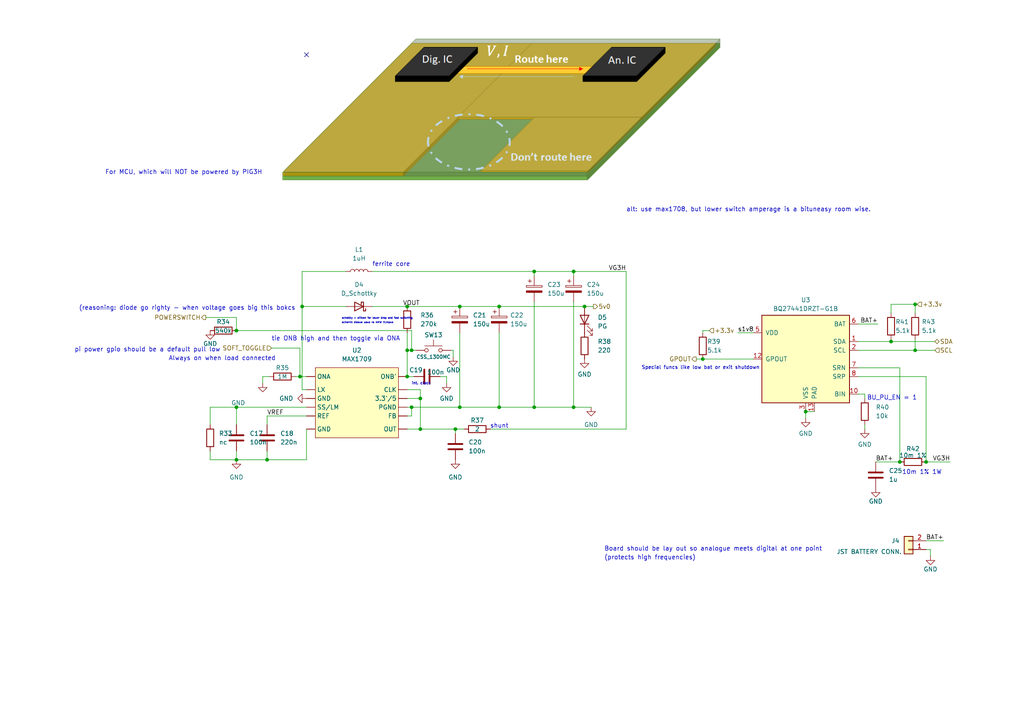
<source format=kicad_sch>
(kicad_sch (version 20210621) (generator eeschema)
  (paper "A4")
  (title_block (title "Power and battery") (rev "indevRev2"))
  (lib_symbols
    (symbol "Battery_Management:BQ27441DRZT-G1B" (pin_names (offset 1.016))
      (property "Reference" "U" (at -5.08 15.875 0))
      (property "Value" "BQ27441DRZT-G1B" (at -5.08 13.97 0))
      (symbol "BQ27441DRZT-G1B_0_1"
        (rectangle (start -12.7 12.7) (end 12.7 -12.7) (stroke (width 0.254)) (fill (type background)))
      )
      (symbol "BQ27441DRZT-G1B_1_1"
        (pin bidirectional line (at -15.24 5.08 0) (length 2.54) (name "SDA") (number "1"))
        (pin input line (at -15.24 -10.16 0) (length 2.54) (name "BIN") (number "10"))
        (pin no_connect line (at 10.16 -2.54 180) (length 2.54) hide (name "NC") (number "11"))
        (pin output line (at 15.24 0 180) (length 2.54) (name "GPOUT") (number "12"))
        (pin power_in line (at -2.54 -15.24 90) (length 2.54) (name "PAD") (number "13"))
        (pin input line (at -15.24 2.54 0) (length 2.54) (name "SCL") (number "2"))
        (pin power_in line (at 0 -15.24 90) (length 2.54) (name "VSS") (number "3"))
        (pin no_connect line (at 10.16 -7.62 180) (length 2.54) hide (name "NC") (number "4"))
        (pin power_out line (at 15.24 7.62 180) (length 2.54) (name "VDD") (number "5"))
        (pin power_in line (at -15.24 10.16 0) (length 2.54) (name "BAT") (number "6"))
        (pin input line (at -15.24 -2.54 0) (length 2.54) (name "SRN") (number "7"))
        (pin input line (at -15.24 -5.08 0) (length 2.54) (name "SRP") (number "8"))
        (pin no_connect line (at 10.16 -5.08 180) (length 2.54) hide (name "NC") (number "9"))
      )
    )
    (symbol "CM4IO:MAX1709"
      (property "Reference" "U" (at 0 12.7 0))
      (property "Value" "MAX1709" (at 0 3.81 0))
      (symbol "MAX1709_0_1"
        (rectangle (start -11.43 11.43) (end 12.7 -8.89) (stroke (width 0.1524)) (fill (type background)))
      )
      (symbol "MAX1709_1_1"
        (pin input line (at 15.24 2.54 180) (length 2.54) (name "3.3'/5") (number ""))
        (pin input line (at 15.24 5.08 180) (length 2.54) (name "CLK") (number ""))
        (pin input line (at 15.24 -2.54 180) (length 2.54) (name "FB") (number ""))
        (pin input line (at -13.97 -6.35 0) (length 2.54) (name "GND") (number ""))
        (pin input line (at -13.97 2.54 0) (length 2.54) (name "GND") (number ""))
        (pin input line (at -13.97 5.08 0) (length 2.54) (name "LX") (number ""))
        (pin input line (at -13.97 8.89 0) (length 2.54) (name "ONA") (number ""))
        (pin input line (at 15.24 8.89 180) (length 2.54) (name "ONB'") (number ""))
        (pin input line (at 15.24 -6.35 180) (length 2.54) (name "OUT") (number ""))
        (pin input line (at 15.24 0 180) (length 2.54) (name "PGND") (number ""))
        (pin input line (at -13.97 -2.54 0) (length 2.54) (name "REF") (number ""))
        (pin input line (at -13.97 0 0) (length 2.54) (name "SS/LM") (number ""))
      )
    )
    (symbol "Connector_Generic:Conn_01x02" (pin_names (offset 1.016) hide)
      (property "Reference" "J" (at 0 2.54 0))
      (property "Value" "Conn_01x02" (at 0 -5.08 0))
      (symbol "Conn_01x02_1_1"
        (rectangle (start -1.27 -2.413) (end 0 -2.667) (stroke (width 0.1524)))
        (rectangle (start -1.27 0.127) (end 0 -0.127) (stroke (width 0.1524)))
        (rectangle (start -1.27 1.27) (end 1.27 -3.81) (stroke (width 0.254)) (fill (type background)))
        (pin passive line (at -5.08 0 0) (length 3.81) (name "Pin_1") (number "1"))
        (pin passive line (at -5.08 -2.54 0) (length 3.81) (name "Pin_2") (number "2"))
      )
    )
    (symbol "Device:C" (pin_numbers hide) (pin_names (offset 0.254))
      (property "Reference" "C" (at 0.635 2.54 0))
      (property "Value" "C" (at 0.635 -2.54 0))
      (symbol "C_0_1"
        (polyline (pts (xy -2.032 -0.762) (xy 2.032 -0.762)) (stroke (width 0.508)))
        (polyline (pts (xy -2.032 0.762) (xy 2.032 0.762)) (stroke (width 0.508)))
      )
      (symbol "C_1_1"
        (pin passive line (at 0 3.81 270) (length 2.794) (name "~") (number "1"))
        (pin passive line (at 0 -3.81 90) (length 2.794) (name "~") (number "2"))
      )
    )
    (symbol "Device:C_Polarized" (pin_numbers hide) (pin_names (offset 0.254))
      (property "Reference" "C" (at 0.635 2.54 0))
      (property "Value" "C_Polarized" (at 0.635 -2.54 0))
      (symbol "C_Polarized_0_1"
        (rectangle (start -2.286 0.508) (end 2.286 1.016))
        (polyline (pts (xy -1.778 2.286) (xy -0.762 2.286)))
        (polyline (pts (xy -1.27 2.794) (xy -1.27 1.778)))
        (rectangle (start 2.286 -0.508) (end -2.286 -1.016) (fill (type outline)))
      )
      (symbol "C_Polarized_1_1"
        (pin passive line (at 0 3.81 270) (length 2.794) (name "~") (number "1"))
        (pin passive line (at 0 -3.81 90) (length 2.794) (name "~") (number "2"))
      )
    )
    (symbol "Device:D_Schottky" (pin_numbers hide) (pin_names (offset 1.016) hide)
      (property "Reference" "D" (at 0 2.54 0))
      (property "Value" "D_Schottky" (at 0 -2.54 0))
      (symbol "D_Schottky_0_1"
        (polyline (pts (xy 1.27 0) (xy -1.27 0)))
        (polyline (pts (xy 1.27 1.27) (xy 1.27 -1.27) (xy -1.27 0) (xy 1.27 1.27)) (stroke (width 0.254)))
        (polyline (pts (xy -1.905 0.635) (xy -1.905 1.27) (xy -1.27 1.27) (xy -1.27 -1.27) (xy -0.635 -1.27) (xy -0.635 -0.635)) (stroke (width 0.254)))
      )
      (symbol "D_Schottky_1_1"
        (pin passive line (at -3.81 0 0) (length 2.54) (name "K") (number "1"))
        (pin passive line (at 3.81 0 180) (length 2.54) (name "A") (number "2"))
      )
    )
    (symbol "Device:L" (pin_numbers hide) (pin_names (offset 1.016) hide)
      (property "Reference" "L" (at -1.27 0 90))
      (property "Value" "L" (at 1.905 0 90))
      (symbol "L_0_1"
        (arc (start 0 -2.54) (mid 0.635 -1.905) (end 0 -1.27))
        (arc (start 0 -1.27) (mid 0.635 -0.635) (end 0 0))
        (arc (start 0 0) (mid 0.635 0.635) (end 0 1.27))
        (arc (start 0 1.27) (mid 0.635 1.905) (end 0 2.54))
      )
      (symbol "L_1_1"
        (pin passive line (at 0 3.81 270) (length 1.27) (name "1") (number "1"))
        (pin passive line (at 0 -3.81 90) (length 1.27) (name "2") (number "2"))
      )
    )
    (symbol "Device:LED" (pin_numbers hide) (pin_names (offset 1.016) hide)
      (property "Reference" "D" (at 0 2.54 0))
      (property "Value" "LED" (at 0 -2.54 0))
      (symbol "LED_0_1"
        (polyline (pts (xy -1.27 -1.27) (xy -1.27 1.27)) (stroke (width 0.254)))
        (polyline (pts (xy -1.27 0) (xy 1.27 0)))
        (polyline (pts (xy 1.27 -1.27) (xy 1.27 1.27) (xy -1.27 0) (xy 1.27 -1.27)) (stroke (width 0.254)))
        (polyline (pts (xy -3.048 -0.762) (xy -4.572 -2.286) (xy -3.81 -2.286) (xy -4.572 -2.286) (xy -4.572 -1.524)))
        (polyline (pts (xy -1.778 -0.762) (xy -3.302 -2.286) (xy -2.54 -2.286) (xy -3.302 -2.286) (xy -3.302 -1.524)))
      )
      (symbol "LED_1_1"
        (pin passive line (at -3.81 0 0) (length 2.54) (name "K") (number "1"))
        (pin passive line (at 3.81 0 180) (length 2.54) (name "A") (number "2"))
      )
    )
    (symbol "Device:R" (pin_numbers hide) (pin_names (offset 0))
      (property "Reference" "R" (at 2.032 0 90))
      (property "Value" "R" (at 0 0 90))
      (symbol "R_0_1"
        (rectangle (start -1.016 -2.54) (end 1.016 2.54) (stroke (width 0.254)))
      )
      (symbol "R_1_1"
        (pin passive line (at 0 3.81 270) (length 1.27) (name "~") (number "1"))
        (pin passive line (at 0 -3.81 90) (length 1.27) (name "~") (number "2"))
      )
    )
    (symbol "Switch:SW_Push" (pin_numbers hide) (pin_names (offset 1.016) hide)
      (property "Reference" "SW" (at 1.27 2.54 0))
      (property "Value" "SW_Push" (at 0 -1.524 0))
      (symbol "SW_Push_0_1"
        (circle (center -2.032 0) (radius 0.508))
        (polyline (pts (xy 0 1.27) (xy 0 3.048)))
        (polyline (pts (xy 2.54 1.27) (xy -2.54 1.27)))
        (circle (center 2.032 0) (radius 0.508))
        (pin passive line (at -5.08 0 0) (length 2.54) (name "1") (number "1"))
        (pin passive line (at 5.08 0 180) (length 2.54) (name "2") (number "2"))
      )
    )
    (symbol "power:GND" (power) (pin_names (offset 0))
      (property "Value" "GND" (at 0 -3.81 0))
      (symbol "GND_0_1"
        (polyline (pts (xy 0 0) (xy 0 -1.27) (xy 1.27 -1.27) (xy 0 -2.54) (xy -1.27 -1.27) (xy 0 -1.27)))
      )
      (symbol "GND_1_1"
        (pin power_in line (at 0 0 270) (length 0) hide (name "GND") (number "1"))
      )
    )
  )
  (junction (at 154.94 78.74) (diameter 0.9144))
  (junction (at 169.545 88.9))
  (junction (at 144.78 88.9) (diameter 0.9144))
  (junction (at 118.11 101.6))
  (junction (at 233.68 119.38))
  (junction (at 154.94 118.11) (diameter 0.9144))
  (junction (at 132.08 124.46) (diameter 0.9144))
  (junction (at 121.92 115.57) (diameter 0.9144))
  (junction (at 86.995 109.22))
  (junction (at 166.37 78.74) (diameter 0.9144))
  (junction (at 118.11 109.22))
  (junction (at 68.58 118.11) (diameter 0.9144))
  (junction (at 133.35 118.11) (diameter 0.9144))
  (junction (at 268.605 133.985))
  (junction (at 87.63 88.9) (diameter 0.9144))
  (junction (at 121.92 124.46) (diameter 0.9144))
  (junction (at 133.35 88.9) (diameter 0.9144))
  (junction (at 119.38 101.6))
  (junction (at 68.58 95.885))
  (junction (at 265.43 88.265))
  (junction (at 265.43 101.6))
  (junction (at 68.58 133.35) (diameter 0.9144))
  (junction (at 260.985 133.985))
  (junction (at 203.835 104.14))
  (junction (at 119.38 118.11) (diameter 0.9144))
  (junction (at 166.37 118.11) (diameter 0.9144))
  (junction (at 77.47 133.35) (diameter 0.9144))
  (junction (at 258.445 99.06))
  (junction (at 144.78 118.11) (diameter 0.9144))
  (junction (at 118.11 88.9))
  (no_connect (at 88.9 15.875))
  (wire (pts (xy 76.2 109.22) (xy 76.2 111.125)))
  (wire (pts (xy 78.105 109.22) (xy 76.2 109.22)))
  (wire (pts (xy 88.9 133.35) (xy 77.47 133.35)))
  (wire (pts (xy 88.9 124.46) (xy 88.9 133.35)))
  (wire (pts (xy 77.47 133.35) (xy 68.58 133.35)))
  (wire (pts (xy 166.37 87.63) (xy 166.37 118.11)))
  (wire (pts (xy 268.605 133.985) (xy 275.59 133.985)))
  (wire (pts (xy 201.93 104.14) (xy 203.835 104.14)))
  (wire (pts (xy 203.835 104.14) (xy 218.44 104.14)))
  (wire (pts (xy 119.38 120.65) (xy 119.38 118.11)))
  (wire (pts (xy 154.94 78.74) (xy 166.37 78.74)))
  (wire (pts (xy 181.61 124.46) (xy 181.61 78.74)))
  (wire (pts (xy 166.37 78.74) (xy 181.61 78.74)))
  (wire (pts (xy 107.95 78.74) (xy 154.94 78.74)))
  (wire (pts (xy 269.875 159.385) (xy 269.875 161.29)))
  (wire (pts (xy 268.605 159.385) (xy 269.875 159.385)))
  (wire (pts (xy 118.11 118.11) (xy 119.38 118.11)))
  (wire (pts (xy 119.38 118.11) (xy 133.35 118.11)))
  (wire (pts (xy 119.38 95.885) (xy 119.38 101.6)))
  (wire (pts (xy 250.825 123.19) (xy 250.825 124.46)))
  (wire (pts (xy 131.445 103.505) (xy 131.445 101.6)))
  (wire (pts (xy 131.445 101.6) (xy 130.81 101.6)))
  (wire (pts (xy 248.92 93.98) (xy 254.635 93.98)))
  (wire (pts (xy 88.9 113.03) (xy 87.63 113.03)))
  (wire (pts (xy 87.63 78.74) (xy 100.33 78.74)))
  (wire (pts (xy 87.63 88.9) (xy 87.63 78.74)))
  (wire (pts (xy 87.63 113.03) (xy 87.63 88.9)))
  (wire (pts (xy 87.63 88.9) (xy 100.33 88.9)))
  (wire (pts (xy 265.43 98.425) (xy 265.43 101.6)))
  (wire (pts (xy -6.985 50.8) (xy -12.065 50.8)))
  (wire (pts (xy 154.94 87.63) (xy 154.94 118.11)))
  (wire (pts (xy 144.78 96.52) (xy 144.78 118.11)))
  (wire (pts (xy 133.35 96.52) (xy 133.35 118.11)))
  (wire (pts (xy 88.9 120.65) (xy 77.47 120.65)))
  (wire (pts (xy 77.47 120.65) (xy 77.47 123.19)))
  (wire (pts (xy 60.96 118.11) (xy 68.58 118.11)))
  (wire (pts (xy 60.96 123.19) (xy 60.96 118.11)))
  (wire (pts (xy 77.47 130.81) (xy 77.47 133.35)))
  (wire (pts (xy 60.96 133.35) (xy 68.58 133.35)))
  (wire (pts (xy 60.96 130.81) (xy 60.96 133.35)))
  (wire (pts (xy 213.995 96.52) (xy 218.44 96.52)))
  (wire (pts (xy 248.92 106.68) (xy 260.985 106.68)))
  (wire (pts (xy 260.985 106.68) (xy 260.985 133.985)))
  (wire (pts (xy 258.445 98.425) (xy 258.445 99.06)))
  (wire (pts (xy 129.54 109.22) (xy 129.54 111.125)))
  (wire (pts (xy 118.11 124.46) (xy 121.92 124.46)))
  (wire (pts (xy 121.92 124.46) (xy 132.08 124.46)))
  (wire (pts (xy 268.605 156.845) (xy 273.685 156.845)))
  (wire (pts (xy 265.43 88.265) (xy 265.43 90.805)))
  (wire (pts (xy 118.11 101.6) (xy 118.11 109.22)))
  (wire (pts (xy 118.11 96.52) (xy 118.11 101.6)))
  (wire (pts (xy 265.43 88.265) (xy 258.445 88.265)))
  (wire (pts (xy 258.445 88.265) (xy 258.445 90.805)))
  (wire (pts (xy 266.065 88.265) (xy 265.43 88.265)))
  (wire (pts (xy 68.58 130.81) (xy 68.58 133.35)))
  (wire (pts (xy 233.68 119.38) (xy 236.22 119.38)))
  (wire (pts (xy 233.68 121.285) (xy 233.68 119.38)))
  (wire (pts (xy 119.38 101.6) (xy 120.65 101.6)))
  (wire (pts (xy 118.11 101.6) (xy 119.38 101.6)))
  (wire (pts (xy 68.58 92.075) (xy 59.69 92.075)))
  (wire (pts (xy 68.58 95.885) (xy 68.58 92.075)))
  (wire (pts (xy 248.92 114.3) (xy 250.825 114.3)))
  (wire (pts (xy 250.825 114.3) (xy 250.825 115.57)))
  (wire (pts (xy 118.11 115.57) (xy 121.92 115.57)))
  (wire (pts (xy 118.11 109.22) (xy 120.015 109.22)))
  (wire (pts (xy 68.58 95.885) (xy 119.38 95.885)))
  (wire (pts (xy 86.995 109.22) (xy 88.9 109.22)))
  (wire (pts (xy 85.725 109.22) (xy 86.995 109.22)))
  (wire (pts (xy 127.635 109.22) (xy 129.54 109.22)))
  (wire (pts (xy 258.445 99.06) (xy 271.145 99.06)))
  (wire (pts (xy 248.92 99.06) (xy 258.445 99.06)))
  (wire (pts (xy 254 133.985) (xy 260.985 133.985)))
  (wire (pts (xy 265.43 101.6) (xy 271.145 101.6)))
  (wire (pts (xy 248.92 101.6) (xy 265.43 101.6)))
  (wire (pts (xy 268.605 109.22) (xy 248.92 109.22)))
  (wire (pts (xy 268.605 133.985) (xy 268.605 109.22)))
  (wire (pts (xy 132.08 125.73) (xy 132.08 124.46)))
  (wire (pts (xy 132.08 124.46) (xy 134.62 124.46)))
  (wire (pts (xy 144.78 88.9) (xy 169.545 88.9)))
  (wire (pts (xy 169.545 88.9) (xy 172.085 88.9)))
  (wire (pts (xy 142.24 124.46) (xy 181.61 124.46)))
  (wire (pts (xy 118.11 88.9) (xy 133.35 88.9)))
  (wire (pts (xy 107.95 88.9) (xy 118.11 88.9)))
  (wire (pts (xy 133.35 88.9) (xy 144.78 88.9)))
  (wire (pts (xy 166.37 118.11) (xy 171.45 118.11)))
  (wire (pts (xy 154.94 118.11) (xy 166.37 118.11)))
  (wire (pts (xy 144.78 118.11) (xy 154.94 118.11)))
  (wire (pts (xy 133.35 118.11) (xy 144.78 118.11)))
  (wire (pts (xy 118.11 120.65) (xy 119.38 120.65)))
  (wire (pts (xy 68.58 118.11) (xy 88.9 118.11)))
  (wire (pts (xy 68.58 123.19) (xy 68.58 118.11)))
  (wire (pts (xy 166.37 78.74) (xy 166.37 80.01)))
  (wire (pts (xy 121.92 124.46) (xy 121.92 115.57)))
  (wire (pts (xy 118.11 113.03) (xy 121.92 113.03)))
  (wire (pts (xy 121.92 115.57) (xy 121.92 113.03)))
  (wire (pts (xy 154.94 78.74) (xy 154.94 80.01)))
  (wire (pts (xy 205.74 95.885) (xy 203.835 95.885)))
  (wire (pts (xy 203.835 95.885) (xy 203.835 96.52)))
  (wire (pts (xy 78.74 100.965) (xy 86.995 100.965)))
  (wire (pts (xy 86.995 109.22) (xy 86.995 100.965)))
  (image (at 145.415 31.75) (scale 1.67785))
  (text "10m 1% 1W" (at 261.62 137.795 0) (effects (font (size 1.27 1.27)) (justify left bottom)))
  (text "Special funcs like low bat or exit shutdown" (at 186.055 107.315 0) (effects (font (size 1.016 1.016)) (justify left bottom)))
  (text "Board should be lay out so analogue meets digital at one point" (at 175.26 160.02 0) (effects (font (size 1.27 1.27)) (justify left bottom)))
  (text "tie ONB high and then toggle via ONA\n" (at 78.74 99.06 0) (effects (font (size 1.27 1.27)) (justify left bottom)))
  (text "schottky > silicon for lower drop and fast switching\n" (at 99.06 92.71 0) (effects (font (size 0.508 0.508)) (justify left bottom)))
  (text "shunt\n" (at 142.1314 124.3778 0) (effects (font (size 1.27 1.27)) (justify left bottom)))
  (text "(protects high frequencies)\n" (at 175.26 162.56 0) (effects (font (size 1.27 1.27)) (justify left bottom)))
  (text "int. clock\n" (at 119.38 111.76 0) (effects (font (size 0.762 0.762)) (justify left bottom)))
  (text "pi power gpio should be a default pull low" (at 21.59 102.235 0) (effects (font (size 1.27 1.27)) (justify left bottom)))
  (text "ferrite core\n" (at 107.95 77.47 0) (effects (font (size 1.27 1.27)) (justify left bottom)))
  (text "For MCU, which will NOT be powered by PIG3H\n" (at 30.48 50.8 0) (effects (font (size 1.27 1.27)) (justify left bottom)))
  (text "Always on when load connected" (at 48.895 104.775 0) (effects (font (size 1.27 1.27)) (justify left bottom)))
  (text "alt: use max1708, but lower switch amperage is a bituneasy room wise." (at 181.61 61.595 0) (effects (font (size 1.27 1.27)) (justify left bottom)))
  (text "schorrkt sioswa uaws ro mKW XLmpws \n" (at 99.06 93.98 0) (effects (font (size 0.508 0.508)) (justify left bottom)))
  (text "BU_PU_EN = 1" (at 251.46 116.205 0) (effects (font (size 1.27 1.27)) (justify left bottom)))
  (text "(reasoning: diode go righty - when voltage goes big this bokcs\n" (at 22.86 90.17 0) (effects (font (size 1.27 1.27)) (justify left bottom)))
  (label "VOUT" (at 116.84 88.9 0))
  (label "VG3H" (at 275.59 133.985 180))
  (label "BAT+" (at 273.685 156.845 180))
  (label "BAT+" (at 254.635 93.98 180))
  (label "BAT+" (at 254 133.985 0))
  (label "VG3H" (at 181.61 78.74 180))
  (label "VREF" (at 77.47 120.65 0))
  (label "s1v8" (at 213.995 96.52 0))
  (hierarchical_label "SOFT_TOGGLE" (shape input) (at 78.74 100.965 180))
  (hierarchical_label "+3.3v" (shape input) (at 266.065 88.265 0))
  (hierarchical_label "5v0" (shape output) (at 172.085 88.9 0))
  (hierarchical_label "+3.3v" (shape input) (at 205.74 95.885 0))
  (hierarchical_label "SDA" (shape bidirectional) (at 271.145 99.06 0))
  (hierarchical_label "POWERSWITCH" (shape output) (at 59.69 92.075 180))
  (hierarchical_label "GPOUT" (shape output) (at 201.93 104.14 180))
  (hierarchical_label "SCL" (shape input) (at 271.145 101.6 0))
  (symbol (lib_id "power:GND") (at 68.58 133.35 0) (unit 1)
    (property "Reference" "#PWR025" (effects hide))
    (property "Value" "GND" (at 68.58 138.43 0))
  )
  (symbol (lib_id "Device:C_Polarized") (at 166.37 83.82 0) (unit 1)
    (property "Reference" "C24" (at 170.18 82.5499 0) (effects (justify left)))
    (property "Value" "150u" (at 170.18 85.0899 0) (effects (justify left)))
  )
  (symbol (lib_id "power:GND") (at 76.2 111.125 0) (unit 1)
    (property "Reference" "#PWR026" (effects hide))
    (property "Value" "GND" (at 69.1053 116.84 0))
  )
  (symbol (lib_id "power:GND") (at 88.9 115.57 270) (unit 1)
    (property "Reference" "#PWR027" (effects hide))
    (property "Value" "GND" (at 85.09 115.5699 90) (effects (justify right)))
  )
  (symbol (lib_id "Device:D_Schottky") (at 104.14 88.9 180) (unit 1)
    (property "Reference" "D4" (at 104.14 82.55 0))
    (property "Value" "D_Schottky" (at 104.14 85.09 0))
    (property "Footprint" "Package_TO_SOT_SMD:TO-252-2" (effects hide))
    (property "Datasheet" "https://www.mouser.co.uk/datasheet/2/389/cd00001328-1795541.pdf" (effects hide))
  )
  (symbol (lib_id "Connector_Generic:Conn_01x02") (at 263.525 159.385 180) (unit 1)
    (property "Reference" "J4" (at 259.715 156.845 0))
    (property "Value" "JST BATTERY CONN." (at 252.095 160.02 0))
    (property "Footprint" "Connector_JST:JST_XH_B2B-XH-AM_1x02_P2.50mm_Vertical" (effects hide))
  )
  (symbol (lib_id "Device:C") (at 68.58 127 0) (unit 1)
    (property "Reference" "C17" (at 72.39 125.7299 0) (effects (justify left)))
    (property "Value" "100n" (at 72.39 128.2699 0) (effects (justify left)))
  )
  (symbol (lib_id "Device:C_Polarized") (at 144.78 92.71 0) (unit 1)
    (property "Reference" "C22" (at 147.955 91.44 0) (effects (justify left)))
    (property "Value" "150u" (at 147.955 93.98 0) (effects (justify left)))
  )
  (symbol (lib_id "Device:R") (at 138.43 124.46 90) (unit 1)
    (property "Reference" "R37" (at 138.43 121.92 90))
    (property "Value" "2" (at 138.43 124.46 90))
  )
  (symbol (lib_id "power:GND") (at 233.68 121.285 0) (unit 1)
    (property "Reference" "#PWR033" (effects hide))
    (property "Value" "GND" (at 233.68 125.73 0))
  )
  (symbol (lib_id "Battery_Management:BQ27441DRZT-G1B") (at 233.68 104.14 0) (mirror y) (unit 1)
    (property "Reference" "U3" (at 233.68 86.995 0))
    (property "Value" "BQ27441DRZT-G1B" (at 233.68 89.535 0))
    (property "Footprint" "Package_SON:Texas_S-PDSO-N12" (effects hide))
    (property "Datasheet" "http://www.ti.com/lit/ds/symlink/bq27441-g1.pdf" (effects hide))
  )
  (symbol (lib_id "power:GND") (at 132.08 133.35 0) (unit 1)
    (property "Reference" "#PWR030" (effects hide))
    (property "Value" "GND" (at 132.08 138.43 0))
  )
  (symbol (lib_id "Device:R") (at 203.835 100.33 0) (unit 1)
    (property "Reference" "R39" (at 205.105 99.06 0) (effects (justify left)))
    (property "Value" "5.1k" (at 205.105 101.6 0) (effects (justify left)))
  )
  (symbol (lib_id "Device:R") (at 64.77 95.885 90) (unit 1)
    (property "Reference" "R34" (at 64.77 93.345 90))
    (property "Value" "540k" (at 64.77 95.885 90))
  )
  (symbol (lib_id "Device:R") (at 169.545 100.33 0) (unit 1)
    (property "Reference" "R38" (at 173.355 99.0599 0) (effects (justify left)))
    (property "Value" "220" (at 173.355 101.5999 0) (effects (justify left)))
  )
  (symbol (lib_id "power:GND") (at 129.54 111.125 0) (unit 1)
    (property "Reference" "#PWR028" (effects hide))
    (property "Value" "GND" (at 129.54 115.57 0))
  )
  (symbol (lib_id "Device:R") (at 118.11 92.71 0) (unit 1)
    (property "Reference" "R36" (at 121.92 91.4399 0) (effects (justify left)))
    (property "Value" "270k" (at 121.92 93.9799 0) (effects (justify left)))
  )
  (symbol (lib_id "CM4IO:MAX1709") (at 102.87 118.11 0) (unit 1)
    (property "Reference" "U2" (at 103.505 101.6 0))
    (property "Value" "MAX1709" (at 103.505 104.14 0))
    (property "Footprint" "Package_SO:TSSOP-28-1EP_4.4x9.7mm_P0.65mm_EP2.85x6.7mm" (effects hide))
    (property "Datasheet" "https://datasheets.maximintegrated.com/en/ds/MAX1709.pdf" (effects hide))
  )
  (symbol (lib_id "power:GND") (at 250.825 124.46 0) (unit 1)
    (property "Reference" "#PWR034" (effects hide))
    (property "Value" "GND" (at 250.825 128.905 0))
  )
  (symbol (lib_id "Device:R") (at 60.96 127 0) (unit 1)
    (property "Reference" "R33" (at 63.5 125.7299 0) (effects (justify left)))
    (property "Value" "nc" (at 63.5 128.2699 0) (effects (justify left)))
  )
  (symbol (lib_id "Switch:SW_Push") (at 125.73 101.6 0) (mirror y) (unit 1)
    (property "Reference" "SW13" (at 125.73 97.155 0))
    (property "Value" "CSS_1300MC" (at 125.73 103.505 0) (effects (font (size 1.016 1.016))))
  )
  (symbol (lib_id "Device:L") (at 104.14 78.74 90) (unit 1)
    (property "Reference" "L1" (at 104.14 72.39 90))
    (property "Value" "1uH" (at 104.14 74.93 90))
    (property "Footprint" "Inductor_SMD:L_Sumida_CDMC6D28_7.25x6.5mm" (effects hide))
    (property "Datasheet" "https://www.mouser.co.uk/datasheet/2/390/0624CDMCCDS-786152.pdf" (effects hide))
  )
  (symbol (lib_id "Device:C") (at 77.47 127 0) (unit 1)
    (property "Reference" "C18" (at 81.28 125.7299 0) (effects (justify left)))
    (property "Value" "220n" (at 81.28 128.2699 0) (effects (justify left)))
  )
  (symbol (lib_id "Device:R") (at 264.795 133.985 90) (unit 1)
    (property "Reference" "R42" (at 264.795 130.175 90))
    (property "Value" "10m 1%" (at 264.795 132.08 90))
  )
  (symbol (lib_id "Device:R") (at 250.825 119.38 0) (unit 1)
    (property "Reference" "R40" (at 254 118.1099 0) (effects (justify left)))
    (property "Value" "10k" (at 254 120.6499 0) (effects (justify left)))
  )
  (symbol (lib_id "power:GND") (at 60.96 95.885 0) (unit 1)
    (property "Reference" "#PWR024" (effects hide))
    (property "Value" "GND" (at 60.96 99.695 0))
  )
  (symbol (lib_id "power:GND") (at 269.875 161.29 0) (unit 1)
    (property "Reference" "#PWR036" (effects hide))
    (property "Value" "GND" (at 269.875 165.1 0))
  )
  (symbol (lib_id "Device:R") (at 265.43 94.615 0) (unit 1)
    (property "Reference" "R43" (at 267.335 93.345 0) (effects (justify left)))
    (property "Value" "5.1k" (at 267.335 95.885 0) (effects (justify left)))
  )
  (symbol (lib_id "Device:C") (at 132.08 129.54 0) (unit 1)
    (property "Reference" "C20" (at 135.89 128.2699 0) (effects (justify left)))
    (property "Value" "100n" (at 135.89 130.8099 0) (effects (justify left)))
  )
  (symbol (lib_id "Device:R") (at 81.915 109.22 90) (unit 1)
    (property "Reference" "R35" (at 81.915 106.68 90))
    (property "Value" "1M" (at 81.915 109.22 90))
  )
  (symbol (lib_id "Device:C") (at 254 137.795 0) (unit 1)
    (property "Reference" "C25" (at 257.81 136.525 0) (effects (justify left)))
    (property "Value" "1u" (at 257.81 139.065 0) (effects (justify left)))
  )
  (symbol (lib_id "power:GND") (at 171.45 118.11 0) (unit 1)
    (property "Reference" "#PWR032" (effects hide))
    (property "Value" "GND" (at 171.45 123.19 0))
  )
  (symbol (lib_id "power:GND") (at 254 141.605 0) (unit 1)
    (property "Reference" "#PWR035" (effects hide))
    (property "Value" "GND" (at 254 145.415 0))
  )
  (symbol (lib_id "Device:LED") (at 169.545 92.71 90) (unit 1)
    (property "Reference" "D5" (at 173.355 92.075 90) (effects (justify right)))
    (property "Value" "PG" (at 173.355 94.615 90) (effects (justify right)))
  )
  (symbol (lib_id "Device:C_Polarized") (at 154.94 83.82 0) (unit 1)
    (property "Reference" "C23" (at 158.75 82.5499 0) (effects (justify left)))
    (property "Value" "150u" (at 158.75 85.0899 0) (effects (justify left)))
  )
  (symbol (lib_id "power:GND") (at 169.545 104.14 0) (unit 1)
    (property "Reference" "#PWR031" (effects hide))
    (property "Value" "GND" (at 169.545 108.585 0))
  )
  (symbol (lib_id "Device:R") (at 258.445 94.615 0) (unit 1)
    (property "Reference" "R41" (at 259.715 93.345 0) (effects (justify left)))
    (property "Value" "5.1k" (at 259.715 95.885 0) (effects (justify left)))
  )
  (symbol (lib_id "power:GND") (at 131.445 103.505 0) (unit 1)
    (property "Reference" "#PWR029" (effects hide))
    (property "Value" "GND" (at 131.445 107.315 0))
  )
  (symbol (lib_id "Device:C") (at 123.825 109.22 90) (unit 1)
    (property "Reference" "C19" (at 120.65 107.315 90))
    (property "Value" "100n" (at 126.365 107.95 90))
  )
  (symbol (lib_id "Device:C_Polarized") (at 133.35 92.71 0) (unit 1)
    (property "Reference" "C21" (at 137.16 91.4399 0) (effects (justify left)))
    (property "Value" "150u" (at 137.16 93.9799 0) (effects (justify left)))
  )
)
</source>
